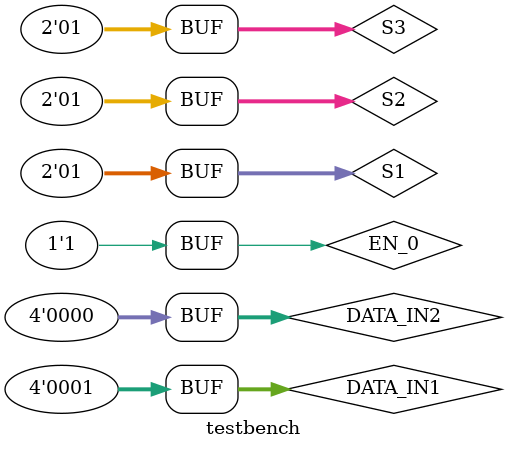
<source format=v>
`timescale 1ns / 1ps


module testbench();
    
    reg [1:0] S1;
    reg [1:0] S2;
    reg [1:0] S3;
    reg EN_0;
    reg [3:0] DATA_IN1;
    reg [3:0] DATA_IN2;
    wire DATA_OUT;
    
    design_1 uut(.DATA_IN1(DATA_IN1), .DATA_IN2(DATA_IN2), .S1(S1),
    .S2(S2), .S3(S3), .EN_0(EN_0));
    initial begin
        EN_0 = 1;
        S1 = 1;
        S2 = 1;
        S3 = 1;
        DATA_IN1= 1 ;
        DATA_IN2 = 0;
        #200;
        //$stop;
    end
endmodule

</source>
